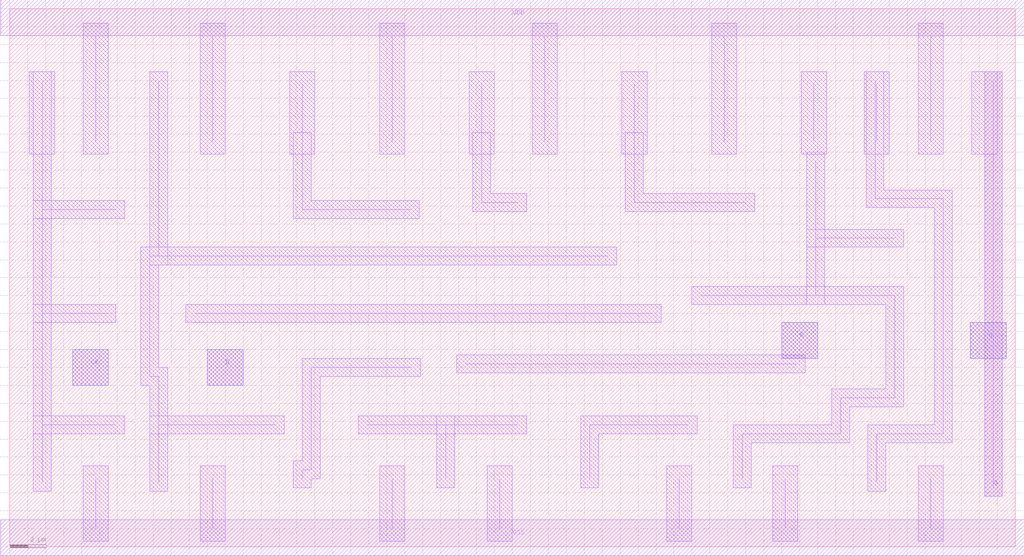
<source format=lef>
VERSION 5.5 ;
NAMESCASESENSITIVE ON ;
BUSBITCHARS "[]" ;
DIVIDERCHAR "/" ;

MACRO rff1
  CLASS CORE ;
  SOURCE USER ;
  ORIGIN 0 0 ;
  SIZE 56.000 BY 30.000 ;
  SYMMETRY X Y ;
  SITE unit ;
 
  PIN CK
    USE SIGNAL ;
    PORT
      LAYER ML2 ;
        POLYGON 3.500 9.000  3.500 11.000  5.500 11.000  5.500 9.000  3.500 
        9.000  ;
    END
    PORT
      LAYER ML1 ;
        POLYGON 3.500 9.000  3.500 11.000  5.500 11.000  5.500 9.000  3.500 
        9.000  ;
    END
  END CK
  PIN D
    USE SIGNAL ;
    PORT
      LAYER ML2 ;
        POLYGON 11.000 9.000  11.000 11.000  13.000 11.000  13.000 9.000  
        11.000 9.000  ;
    END
    PORT
      LAYER ML1 ;
        POLYGON 11.000 9.000  11.000 11.000  13.000 11.000  13.000 9.000  
        11.000 9.000  ;
    END
  END D
  PIN Q
    USE SIGNAL ;
    PORT
      LAYER ML1 ;
        WIDTH 1.000  ;
        PATH 54.800 3.300 54.800 26.000  ;
    END
    PORT
      LAYER ML1 ;
        POLYGON 53.500 10.500  53.500 12.500  55.500 12.500  55.500 10.500  
        53.500 10.500  ;
    END
    PORT
      LAYER ML2 ;
        POLYGON 53.500 10.500  53.500 12.500  55.500 12.500  55.500 10.500  
        53.500 10.500  ;
    END
  END Q
  PIN R
    USE SIGNAL ;
    PORT
      LAYER ML1 ;
        POLYGON 43.000 10.500  43.000 12.500  45.000 12.500  45.000 10.500  
        43.000 10.500  ;
    END
    PORT
      LAYER ML2 ;
        POLYGON 43.000 10.500  43.000 12.500  45.000 12.500  45.000 10.500  
        43.000 10.500  ;
    END
  END R
  PIN VDD
    USE POWER ;
    PORT
      LAYER ML1 ;
        RECT -0.500 28.500  56.500 30.500  ;
    END
  END VDD
  PIN VSS
    USE GROUND ;
    PORT
      LAYER ML1 ;
        RECT -0.500 -0.500  56.500 1.500  ;
    END
  END VSS
  OBS

    LAYER ML1 ;
      WIDTH 1.000  ;
      PATH 1.800 26.000 1.800 3.600  ;
      WIDTH 1.400  ;
      PATH 1.800 22.600 1.800 25.800  ;
      WIDTH 1.000  ;
      PATH 5.400 13.000 1.800 13.000  ;
      WIDTH 1.000  ;
      PATH 5.900 18.800 1.800 18.800  ;
      WIDTH 1.000  ;
      PATH 5.900 6.800 1.800 6.800  ;
      WIDTH 1.400  ;
      PATH 4.800 22.600 4.800 28.500  ;
      WIDTH 1.400  ;
      PATH 4.800 1.000 4.800 3.800  ;
      WIDTH 1.000  ;
      PATH 8.300 3.600 8.300 9.500 7.800 9.500 7.800 16.200 8.300 16.200 8.300 
      26.000  ;
      WIDTH 1.400  ;
      PATH 11.300 1.000 11.300 3.800  ;
      WIDTH 1.400  ;
      PATH 11.300 22.600 11.300 28.500  ;
      WIDTH 1.000  ;
      PATH 14.800 6.800 8.300 6.800  ;
      WIDTH 1.400  ;
      PATH 16.300 22.600 16.300 25.800  ;
      WIDTH 1.000  ;
      PATH 16.300 22.600 16.300 18.800 22.300 18.800  ;
      WIDTH 1.000  ;
      PATH 16.300 3.800 16.300 4.300 16.800 4.300 16.800 10.000 22.400 10.000 
       ;
      WIDTH 1.000  ;
      PATH 8.300 16.200 33.300 16.200  ;
      WIDTH 1.400  ;
      PATH 21.300 22.600 21.300 28.500  ;
      WIDTH 1.400  ;
      PATH 21.300 1.000 21.300 3.800  ;
      WIDTH 1.000  ;
      PATH 35.800 13.000 10.300 13.000  ;
      WIDTH 1.000  ;
      PATH 28.300 6.800 19.900 6.800  ;
      WIDTH 1.000  ;
      PATH 24.300 3.800 24.300 6.800  ;
      WIDTH 1.400  ;
      PATH 26.300 22.600 26.300 25.800  ;
      WIDTH 1.400  ;
      PATH 27.300 1.000 27.300 3.800  ;
      WIDTH 1.000  ;
      PATH 26.300 22.600 26.300 19.200 28.300 19.200  ;

      WIDTH 1.400  ;
      PATH 29.800 22.600 29.800 28.500  ;
      WIDTH 1.000  ;
      PATH 25.400 10.200 43.800 10.200  ;
      WIDTH 1.400  ;
      PATH 34.800 22.600 34.800 25.800  ;
      WIDTH 1.000  ;
      PATH 32.300 3.800 32.300 6.800 37.800 6.800  ;
      WIDTH 1.400  ;
      PATH 37.300 1.000 37.300 3.800  ;
      WIDTH 1.000  ;
      PATH 34.800 22.600 34.800 19.200 41.000 19.200  ;
      WIDTH 1.400  ;
      PATH 39.800 22.600 39.800 28.500  ;
      WIDTH 1.000  ;
      PATH 38.500 14.000 44.900 14.000  ;
      WIDTH 1.400  ;
      PATH 43.200 1.000 43.200 3.800  ;
      WIDTH 1.000  ;
      PATH 40.800 3.800 40.800 6.300 46.300 6.300 46.300 8.300 49.300 8.300 
      49.300 14.000 44.900 14.000 44.900 21.500  ;
      WIDTH 1.400  ;
      PATH 44.800 22.600 44.800 25.800  ;
      WIDTH 1.000  ;
      PATH 49.300 17.200 44.900 17.200  ;
      WIDTH 1.400  ;
      PATH 48.300 22.600 48.300 25.800  ;
      WIDTH 1.000  ;
      PATH 48.200 26.000 48.200 19.400 52.000 19.400 52.000 6.300 48.300 6.300 
      48.300 3.600  ;
      WIDTH 1.400  ;
      PATH 51.300 1.000 51.300 3.800  ;
      WIDTH 1.400  ;
      PATH 51.300 22.600 51.300 28.500  ;

      WIDTH 1.400  ;
      PATH 54.300 22.600 54.300 25.800  ;
      WIDTH 1.000  ;
      PATH 54.800 3.300 54.800 26.000  ;

    VIA 1.800 23.800  dcont ;
    VIA 1.800 21.800  dcont ;
    VIA 1.800 3.800  dcont ;
    VIA 1.800 25.800  dcont ;
    VIA 4.800 23.800  dcont ;
    VIA 4.800 21.800  dcont ;
    VIA 4.800 25.800  dcont ;
    VIA 4.800 3.800  dcont ;
    VIA 7.800 25.800  dcont ;
    VIA 7.800 23.800  dcont ;
    VIA 7.800 21.800  dcont ;
    VIA 7.800 3.800  dcont ;
    VIA 11.300 21.800  dcont ;
    VIA 11.300 23.800  dcont ;
    VIA 11.300 25.800  dcont ;
    VIA 11.300 3.800  dcont ;
    VIA 16.300 21.800  dcont ;
    VIA 16.300 25.800  dcont ;
    VIA 16.300 23.800  dcont ;
    VIA 16.300 3.800  dcont ;
    VIA 21.300 21.800  dcont ;
    VIA 21.300 23.800  dcont ;
    VIA 21.300 25.800  dcont ;
    VIA 21.300 3.800  dcont ;
    VIA 24.300 3.800  dcont ;
    VIA 26.300 21.800  dcont ;
    VIA 26.300 23.800  dcont ;
    VIA 26.300 25.800  dcont ;
    VIA 27.300 3.800  dcont ;
    VIA 29.800 21.800  dcont ;
    VIA 29.800 25.800  dcont ;
    VIA 29.800 23.800  dcont ;
    VIA 32.300 3.800  dcont ;
    VIA 34.800 21.800  dcont ;
    VIA 34.800 23.800  dcont ;
    VIA 34.800 25.800  dcont ;
    VIA 37.300 3.800  dcont ;
    VIA 39.800 21.800  dcont ;
    VIA 39.800 23.800  dcont ;
    VIA 39.800 25.800  dcont ;
    VIA 40.300 3.800  dcont ;
    VIA 43.200 3.800  dcont ;
    VIA 44.800 21.800  dcont ;
    VIA 44.800 23.800  dcont ;
    VIA 44.800 25.800  dcont ;
    VIA 48.300 3.800  dcont ;
    VIA 48.300 21.800  dcont ;
    VIA 48.300 23.800  dcont ;
    VIA 48.300 25.800  dcont ;
    VIA 51.300 3.800  dcont ;
    VIA 51.300 21.800  dcont ;
    VIA 51.300 23.800  dcont ;
    VIA 51.300 25.800  dcont ;
    VIA 54.300 3.800  dcont ;
    VIA 54.300 21.800  dcont ;
    VIA 54.300 23.800  dcont ;
    VIA 54.300 25.800  dcont ;
    VIA 10.200 29.500  nsubcont ;
    VIA 27.700 29.500  nsubcont ;
    VIA 50.000 29.500  nsubcont ;
    VIA 4.500 10.000  pcont ;
    VIA 5.300 13.000  pcont ;
    VIA 5.800 18.800  pcont ;
    VIA 5.800 6.800  pcont ;
    VIA 10.300 13.000  pcont ;
    VIA 12.000 10.000  pcont ;
    VIA 14.800 6.800  pcont ;
    VIA 15.300 13.000  pcont ;
    VIA 17.300 16.000  pcont ;
    VIA 20.300 6.800  pcont ;
    VIA 22.300 18.700  pcont ;
    VIA 22.300 10.000  pcont ;
    VIA 25.300 10.000  pcont ;
    VIA 28.300 6.800  pcont ;
    VIA 28.300 18.700  pcont ;
    VIA 30.300 13.000  pcont ;
    VIA 33.300 16.700  pcont ;
    VIA 35.300 13.700  pcont ;
    VIA 38.300 6.800  pcont ;
    VIA 38.300 14.000  pcont ;
    VIA 40.800 18.700  pcont ;
    VIA 44.000 11.500  pcont ;
    VIA 49.300 8.700  pcont ;
    VIA 49.300 17.200  pcont ;
    VIA 52.300 6.800  pcont ;
    VIA 52.300 18.900  pcont ;
    VIA 10.200 0.500  psubcont ;
    VIA 27.700 0.500  psubcont ;
    VIA 50.000 0.500  psubcont ;
  END
END rff1

MACRO dcont
  CLASS CORE ;
  OBS
    LAYER ML1 ;
      RECT -1.000 -1.000  1.000 1.000  ;
  END
END dcont

MACRO nsubcont
  CLASS CORE ;
  OBS
    LAYER ML1 ;
      RECT -1.000 -1.000  1.000 1.000  ;
  END
END nsubcont

MACRO pcont
  CLASS CORE ;
  OBS
    LAYER ML1 ;
      RECT -1.000 -1.000  1.000 1.000  ;
  END
END pcont

MACRO psubcont
  CLASS CORE ;
  OBS
    LAYER ML1 ;
      RECT -1.000 -1.000  1.000 1.000  ;
  END
END psubcont


END LIBRARY

</source>
